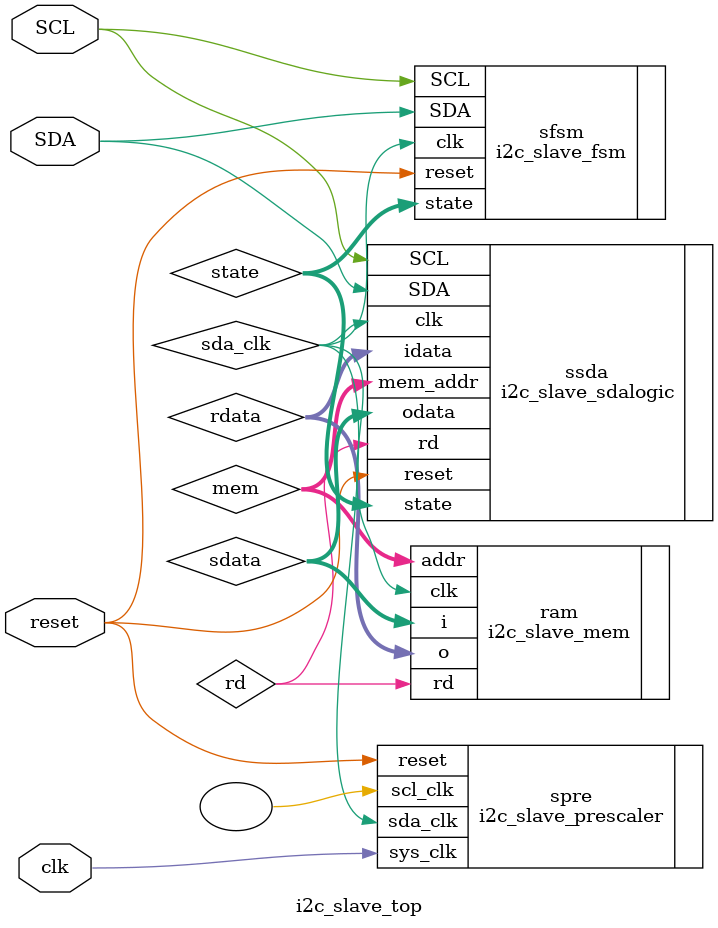
<source format=v>
`timescale 1ns / 1ps


module i2c_slave_top (
    inout SDA, 
    input SCL,
    input reset,
    input clk
    );
    
    wire sda_clk;
    wire [2:0]state;
    wire [7:0]sdata;
    wire [7:0]rdata;
    wire [7:0]mem;
    wire rd;
    
//    i2c_slave_doubler #(delay) doubler(.oclk(sda_clk), .iclk(SCL), .reset(reset));
    i2c_slave_prescaler spre(.scl_clk(), .sda_clk(sda_clk), .sys_clk(clk), .reset(reset));
    i2c_slave_fsm sfsm(.state(state), .clk(sda_clk), .reset(reset), .SCL(SCL), .SDA(SDA));
    i2c_slave_sdalogic #(2) ssda(.SDA(SDA), .odata(sdata), .mem_addr(mem),.rd(rd), .clk(sda_clk), .reset(reset), .SCL(SCL), .state(state), .idata(rdata)); 
    i2c_slave_mem ram(.o(rdata), .clk(sda_clk), .addr(mem), .i(sdata), .rd(rd));
endmodule

</source>
